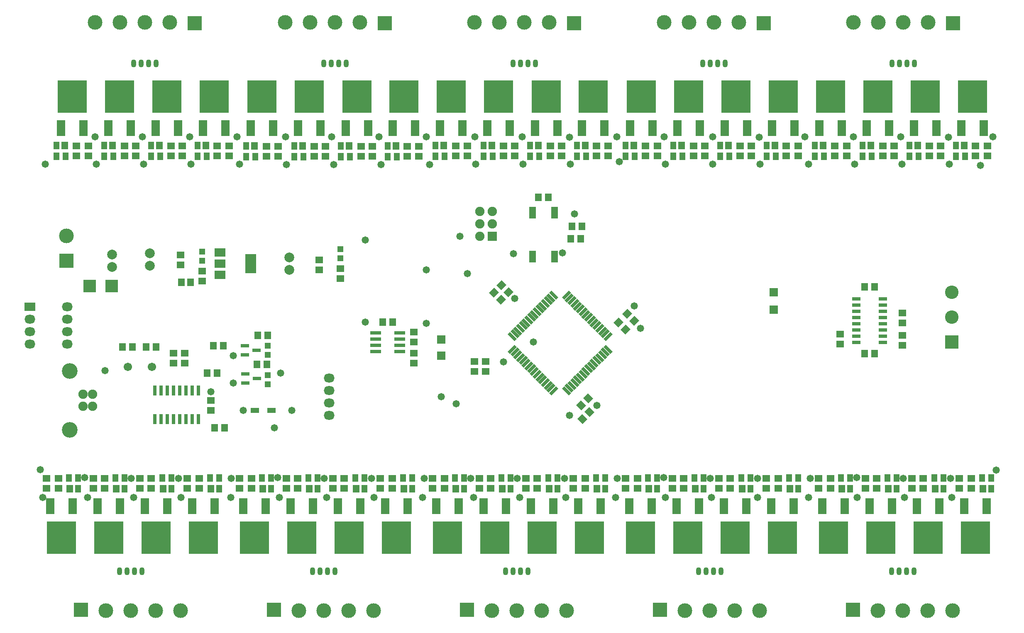
<source format=gts>
G04*
G04 #@! TF.GenerationSoftware,Altium Limited,Altium Designer,21.4.1 (30)*
G04*
G04 Layer_Color=8388736*
%FSLAX44Y44*%
%MOMM*%
G71*
G04*
G04 #@! TF.SameCoordinates,06C005F6-D9AB-4DD0-9814-7D4EB34A58F7*
G04*
G04*
G04 #@! TF.FilePolarity,Negative*
G04*
G01*
G75*
G04:AMPARAMS|DCode=45|XSize=0.6858mm|YSize=1.9812mm|CornerRadius=0mm|HoleSize=0mm|Usage=FLASHONLY|Rotation=45.000|XOffset=0mm|YOffset=0mm|HoleType=Round|Shape=Rectangle|*
%AMROTATEDRECTD45*
4,1,4,0.4580,-0.9429,-0.9429,0.4580,-0.4580,0.9429,0.9429,-0.4580,0.4580,-0.9429,0.0*
%
%ADD45ROTATEDRECTD45*%

G04:AMPARAMS|DCode=46|XSize=0.6858mm|YSize=1.9812mm|CornerRadius=0mm|HoleSize=0mm|Usage=FLASHONLY|Rotation=135.000|XOffset=0mm|YOffset=0mm|HoleType=Round|Shape=Rectangle|*
%AMROTATEDRECTD46*
4,1,4,0.9429,0.4580,-0.4580,-0.9429,-0.9429,-0.4580,0.4580,0.9429,0.9429,0.4580,0.0*
%
%ADD46ROTATEDRECTD46*%

%ADD47R,2.2032X4.0032*%
%ADD48R,2.2032X1.7032*%
%ADD49R,1.2032X1.6432*%
%ADD50R,1.4032X1.6432*%
%ADD51R,1.7032X3.2032*%
%ADD52R,6.0032X6.6032*%
%ADD53R,1.4032X2.4532*%
%ADD54R,2.5032X2.5032*%
%ADD55R,1.5532X1.4032*%
%ADD56R,1.4032X1.5532*%
G04:AMPARAMS|DCode=57|XSize=1.5532mm|YSize=1.4032mm|CornerRadius=0mm|HoleSize=0mm|Usage=FLASHONLY|Rotation=45.000|XOffset=0mm|YOffset=0mm|HoleType=Round|Shape=Rectangle|*
%AMROTATEDRECTD57*
4,1,4,-0.0530,-1.0453,-1.0453,-0.0530,0.0530,1.0453,1.0453,0.0530,-0.0530,-1.0453,0.0*
%
%ADD57ROTATEDRECTD57*%

G04:AMPARAMS|DCode=58|XSize=1.5532mm|YSize=1.4032mm|CornerRadius=0mm|HoleSize=0mm|Usage=FLASHONLY|Rotation=315.000|XOffset=0mm|YOffset=0mm|HoleType=Round|Shape=Rectangle|*
%AMROTATEDRECTD58*
4,1,4,-1.0453,0.0530,-0.0530,1.0453,1.0453,-0.0530,0.0530,-1.0453,-1.0453,0.0530,0.0*
%
%ADD58ROTATEDRECTD58*%

%ADD59R,2.1844X0.7366*%
%ADD60R,1.8032X1.0032*%
%ADD61R,1.2032X1.2032*%
%ADD62R,1.7032X0.7532*%
%ADD63R,0.8032X2.0532*%
%ADD64R,1.6532X0.8032*%
%ADD65C,3.2032*%
%ADD66C,1.9032*%
%ADD67O,2.2032X1.8032*%
%ADD68R,2.2032X1.8032*%
%ADD69R,1.9032X1.9032*%
%ADD70C,2.0032*%
%ADD71O,1.1000X1.6000*%
%ADD72C,1.7032*%
%ADD73R,3.0032X3.0032*%
%ADD74C,3.0032*%
%ADD75C,2.7432*%
%ADD76R,2.7432X2.7432*%
%ADD77R,3.0032X3.0032*%
%ADD78R,1.7032X1.7032*%
%ADD79C,1.4732*%
D45*
X1145120Y582029D02*
D03*
X1156434Y593343D02*
D03*
X1111179Y548088D02*
D03*
X1128149Y565059D02*
D03*
X1116836Y553745D02*
D03*
X1133806Y570716D02*
D03*
X1139463Y576373D02*
D03*
X1122493Y559402D02*
D03*
X1150777Y587686D02*
D03*
X1162091Y599000D02*
D03*
X1167747Y604657D02*
D03*
X1196032Y632941D02*
D03*
X1184718Y621628D02*
D03*
X1179061Y615971D02*
D03*
X1173404Y610314D02*
D03*
X1190375Y627284D02*
D03*
X1000488Y658779D02*
D03*
X1006145Y664436D02*
D03*
X1011802Y670092D02*
D03*
X1017459Y675749D02*
D03*
X1023116Y681406D02*
D03*
X1028773Y687063D02*
D03*
X1034429Y692720D02*
D03*
X1040086Y698377D02*
D03*
X1045743Y704034D02*
D03*
X1051400Y709690D02*
D03*
X1057057Y715347D02*
D03*
X1062714Y721004D02*
D03*
X1068371Y726661D02*
D03*
X1074027Y732318D02*
D03*
X1079684Y737975D02*
D03*
X1085341Y743632D02*
D03*
D46*
X1111179D02*
D03*
X1116836Y737975D02*
D03*
X1122493Y732318D02*
D03*
X1128149Y726661D02*
D03*
X1133806Y721004D02*
D03*
X1139463Y715347D02*
D03*
X1145120Y709690D02*
D03*
X1150777Y704034D02*
D03*
X1156434Y698377D02*
D03*
X1162091Y692720D02*
D03*
X1167747Y687063D02*
D03*
X1173404Y681406D02*
D03*
X1179061Y675749D02*
D03*
X1184718Y670092D02*
D03*
X1190375Y664436D02*
D03*
X1196032Y658779D02*
D03*
X1085341Y548088D02*
D03*
X1079684Y553745D02*
D03*
X1074027Y559402D02*
D03*
X1068371Y565059D02*
D03*
X1062714Y570716D02*
D03*
X1057057Y576373D02*
D03*
X1051400Y582029D02*
D03*
X1045743Y587686D02*
D03*
X1040086Y593343D02*
D03*
X1034429Y599000D02*
D03*
X1028773Y604657D02*
D03*
X1023116Y610314D02*
D03*
X1017459Y615971D02*
D03*
X1011802Y621628D02*
D03*
X1006145Y627284D02*
D03*
X1000488Y632941D02*
D03*
D47*
X467110Y807720D02*
D03*
D48*
X404110Y784720D02*
D03*
Y807720D02*
D03*
Y830720D02*
D03*
D49*
X384200Y370410D02*
D03*
X403200D02*
D03*
Y348410D02*
D03*
X777900Y370410D02*
D03*
X796900D02*
D03*
Y348410D02*
D03*
X1171600Y370410D02*
D03*
X1190600D02*
D03*
Y348410D02*
D03*
X1565300Y370410D02*
D03*
X1584300D02*
D03*
Y348410D02*
D03*
X1959000Y370410D02*
D03*
X1978000D02*
D03*
Y348410D02*
D03*
X286410Y370410D02*
D03*
X305410D02*
D03*
Y348410D02*
D03*
X680110Y370410D02*
D03*
X699110D02*
D03*
Y348410D02*
D03*
X1073810Y370410D02*
D03*
X1092810D02*
D03*
Y348410D02*
D03*
X1467510Y370410D02*
D03*
X1486510D02*
D03*
Y348410D02*
D03*
X1861210Y370410D02*
D03*
X1880210D02*
D03*
Y348410D02*
D03*
X191160Y370410D02*
D03*
X210160D02*
D03*
Y348410D02*
D03*
X584860Y370410D02*
D03*
X603860D02*
D03*
Y348410D02*
D03*
X978560Y370410D02*
D03*
X997560D02*
D03*
Y348410D02*
D03*
X1372260Y370410D02*
D03*
X1391260D02*
D03*
Y348410D02*
D03*
X1765960Y370410D02*
D03*
X1784960D02*
D03*
Y348410D02*
D03*
X95910Y370410D02*
D03*
X114910D02*
D03*
Y348410D02*
D03*
X489610Y370410D02*
D03*
X508610D02*
D03*
Y348410D02*
D03*
X883310Y370410D02*
D03*
X902310D02*
D03*
Y348410D02*
D03*
X1277010Y370410D02*
D03*
X1296010D02*
D03*
Y348410D02*
D03*
X1670710Y370410D02*
D03*
X1689710D02*
D03*
Y348410D02*
D03*
X1636370Y1026840D02*
D03*
X1617370D02*
D03*
Y1048840D02*
D03*
X1250290Y1026840D02*
D03*
X1231290D02*
D03*
Y1048840D02*
D03*
X862940Y1026840D02*
D03*
X843940D02*
D03*
Y1048840D02*
D03*
X476860Y1026608D02*
D03*
X457860D02*
D03*
Y1048608D02*
D03*
X89510Y1026840D02*
D03*
X70510D02*
D03*
Y1048840D02*
D03*
X1734160Y1026840D02*
D03*
X1715160D02*
D03*
Y1048840D02*
D03*
X1348080Y1026840D02*
D03*
X1329080D02*
D03*
Y1048840D02*
D03*
X960730Y1026840D02*
D03*
X941730D02*
D03*
Y1048840D02*
D03*
X574650Y1026608D02*
D03*
X555650D02*
D03*
Y1048608D02*
D03*
X187300Y1026840D02*
D03*
X168300D02*
D03*
Y1048840D02*
D03*
X1829410Y1026840D02*
D03*
X1810410D02*
D03*
Y1048840D02*
D03*
X1443330Y1026840D02*
D03*
X1424330D02*
D03*
Y1048840D02*
D03*
X1055980Y1026840D02*
D03*
X1036980D02*
D03*
Y1048840D02*
D03*
X669900Y1026608D02*
D03*
X650900D02*
D03*
Y1048608D02*
D03*
X282550Y1026840D02*
D03*
X263550D02*
D03*
Y1048840D02*
D03*
X1924660Y1026840D02*
D03*
X1905660D02*
D03*
Y1048840D02*
D03*
X1538580Y1026840D02*
D03*
X1519580D02*
D03*
Y1048840D02*
D03*
X1151230Y1026840D02*
D03*
X1132230D02*
D03*
Y1048840D02*
D03*
X765150Y1026608D02*
D03*
X746150D02*
D03*
Y1048608D02*
D03*
X377800Y1026840D02*
D03*
X358800D02*
D03*
Y1048840D02*
D03*
D50*
X386200Y348410D02*
D03*
X779900D02*
D03*
X1173600D02*
D03*
X1567300D02*
D03*
X1961000D02*
D03*
X288410D02*
D03*
X682110D02*
D03*
X1075810D02*
D03*
X1469510D02*
D03*
X1863210D02*
D03*
X193160D02*
D03*
X586860D02*
D03*
X980560D02*
D03*
X1374260D02*
D03*
X1767960D02*
D03*
X97910D02*
D03*
X491610D02*
D03*
X885310D02*
D03*
X1279010D02*
D03*
X1672710D02*
D03*
X1634370Y1048840D02*
D03*
X1248290D02*
D03*
X860940D02*
D03*
X474860Y1048608D02*
D03*
X87510Y1048840D02*
D03*
X1732160D02*
D03*
X1346080D02*
D03*
X958730D02*
D03*
X572650Y1048608D02*
D03*
X185300Y1048840D02*
D03*
X1827410D02*
D03*
X1441330D02*
D03*
X1053980D02*
D03*
X667900Y1048608D02*
D03*
X280550Y1048840D02*
D03*
X1922660D02*
D03*
X1536580D02*
D03*
X1149230D02*
D03*
X763150Y1048608D02*
D03*
X375800Y1048840D02*
D03*
D51*
X393640Y312420D02*
D03*
X348040D02*
D03*
X787340D02*
D03*
X741740D02*
D03*
X1181040D02*
D03*
X1135440D02*
D03*
X1574740D02*
D03*
X1529140D02*
D03*
X1968440D02*
D03*
X1922840D02*
D03*
X297180D02*
D03*
X251580D02*
D03*
X690880D02*
D03*
X645280D02*
D03*
X1084580D02*
D03*
X1038980D02*
D03*
X1478280D02*
D03*
X1432680D02*
D03*
X1871980D02*
D03*
X1826380D02*
D03*
X200137D02*
D03*
X154537D02*
D03*
X593837D02*
D03*
X548237D02*
D03*
X987537D02*
D03*
X941937D02*
D03*
X1381237D02*
D03*
X1335637D02*
D03*
X1774937D02*
D03*
X1729337D02*
D03*
X104140D02*
D03*
X58540D02*
D03*
X497840D02*
D03*
X452240D02*
D03*
X891540D02*
D03*
X845940D02*
D03*
X1285240D02*
D03*
X1239640D02*
D03*
X1678940D02*
D03*
X1633340D02*
D03*
X1626930Y1084830D02*
D03*
X1672530D02*
D03*
X1240850D02*
D03*
X1286450D02*
D03*
X853500D02*
D03*
X899100D02*
D03*
X467420Y1084598D02*
D03*
X513020D02*
D03*
X80070Y1084830D02*
D03*
X125670D02*
D03*
X1723390D02*
D03*
X1768990D02*
D03*
X1337310D02*
D03*
X1382910D02*
D03*
X949960D02*
D03*
X995560D02*
D03*
X563880Y1084598D02*
D03*
X609480D02*
D03*
X176530Y1084830D02*
D03*
X222130D02*
D03*
X1820433D02*
D03*
X1866033D02*
D03*
X1434353D02*
D03*
X1479953D02*
D03*
X1047003D02*
D03*
X1092603D02*
D03*
X660923Y1084598D02*
D03*
X706523D02*
D03*
X273573Y1084830D02*
D03*
X319173D02*
D03*
X1916430D02*
D03*
X1962030D02*
D03*
X1530350D02*
D03*
X1575950D02*
D03*
X1143000D02*
D03*
X1188600D02*
D03*
X756920Y1084598D02*
D03*
X802520D02*
D03*
X369570Y1084830D02*
D03*
X415170D02*
D03*
D52*
X370840Y247920D02*
D03*
X764540D02*
D03*
X1158240D02*
D03*
X1551940D02*
D03*
X1945640D02*
D03*
X274380D02*
D03*
X668080D02*
D03*
X1061780D02*
D03*
X1455480D02*
D03*
X1849180D02*
D03*
X177337D02*
D03*
X571037D02*
D03*
X964737D02*
D03*
X1358437D02*
D03*
X1752137D02*
D03*
X81340D02*
D03*
X475040D02*
D03*
X868740D02*
D03*
X1262440D02*
D03*
X1656140D02*
D03*
X1649730Y1149330D02*
D03*
X1263650D02*
D03*
X876300D02*
D03*
X490220Y1149098D02*
D03*
X102870Y1149330D02*
D03*
X1746190D02*
D03*
X1360110D02*
D03*
X972760D02*
D03*
X586680Y1149098D02*
D03*
X199330Y1149330D02*
D03*
X1843233D02*
D03*
X1457153D02*
D03*
X1069803D02*
D03*
X683723Y1149098D02*
D03*
X296373Y1149330D02*
D03*
X1939230D02*
D03*
X1553150D02*
D03*
X1165800D02*
D03*
X779720Y1149098D02*
D03*
X392370Y1149330D02*
D03*
D53*
X1041760Y822410D02*
D03*
Y912410D02*
D03*
X1086760D02*
D03*
Y822410D02*
D03*
D54*
X138790Y762000D02*
D03*
X183790D02*
D03*
D55*
X368300Y792480D02*
D03*
Y772160D02*
D03*
X650240Y797560D02*
D03*
Y777240D02*
D03*
X800100Y624840D02*
D03*
Y604520D02*
D03*
Y647700D02*
D03*
Y668020D02*
D03*
X1796030Y641120D02*
D03*
Y661440D02*
D03*
Y707160D02*
D03*
Y686840D02*
D03*
X1669600Y663980D02*
D03*
Y643660D02*
D03*
X323850Y805180D02*
D03*
Y825500D02*
D03*
X607060Y795020D02*
D03*
Y815340D02*
D03*
X946150Y608330D02*
D03*
Y588010D02*
D03*
X923290Y608330D02*
D03*
Y588010D02*
D03*
X386080Y508000D02*
D03*
Y528320D02*
D03*
X309880Y604520D02*
D03*
Y624840D02*
D03*
X332740Y604520D02*
D03*
Y624840D02*
D03*
X361950Y369570D02*
D03*
Y349250D02*
D03*
X755650Y369570D02*
D03*
Y349250D02*
D03*
X1149350Y369570D02*
D03*
Y349250D02*
D03*
X1543050Y369570D02*
D03*
Y349250D02*
D03*
X1936750Y369570D02*
D03*
Y349250D02*
D03*
X337820Y369570D02*
D03*
Y349250D02*
D03*
X731520Y369570D02*
D03*
Y349250D02*
D03*
X1125220Y369570D02*
D03*
Y349250D02*
D03*
X1518920Y369570D02*
D03*
Y349250D02*
D03*
X1912620Y369570D02*
D03*
Y349250D02*
D03*
X241300Y369570D02*
D03*
Y349250D02*
D03*
X635000Y369570D02*
D03*
Y349250D02*
D03*
X1028700Y369570D02*
D03*
Y349250D02*
D03*
X1422400Y369570D02*
D03*
Y349250D02*
D03*
X1816100Y369570D02*
D03*
Y349250D02*
D03*
X264160Y369570D02*
D03*
Y349250D02*
D03*
X657860Y369570D02*
D03*
Y349250D02*
D03*
X1051560Y369570D02*
D03*
Y349250D02*
D03*
X1445260Y369570D02*
D03*
Y349250D02*
D03*
X1838960Y369570D02*
D03*
Y349250D02*
D03*
X168910Y369570D02*
D03*
Y349250D02*
D03*
X562610Y369570D02*
D03*
Y349250D02*
D03*
X956310Y369570D02*
D03*
Y349250D02*
D03*
X1350010Y369570D02*
D03*
Y349250D02*
D03*
X1743710Y369570D02*
D03*
Y349250D02*
D03*
X146050Y369570D02*
D03*
Y349250D02*
D03*
X539750Y369570D02*
D03*
Y349250D02*
D03*
X933450Y369570D02*
D03*
Y349250D02*
D03*
X1327150Y369570D02*
D03*
Y349250D02*
D03*
X1720850Y369570D02*
D03*
Y349250D02*
D03*
X74930Y369570D02*
D03*
Y349250D02*
D03*
X468630Y369570D02*
D03*
Y349250D02*
D03*
X862330Y369570D02*
D03*
Y349250D02*
D03*
X1256030Y369570D02*
D03*
Y349250D02*
D03*
X1649730Y369570D02*
D03*
Y349250D02*
D03*
X50800Y369570D02*
D03*
Y349250D02*
D03*
X444500Y369570D02*
D03*
Y349250D02*
D03*
X838200Y369570D02*
D03*
Y349250D02*
D03*
X1231900Y369570D02*
D03*
Y349250D02*
D03*
X1625600Y369570D02*
D03*
Y349250D02*
D03*
X1658620Y1027680D02*
D03*
Y1048000D02*
D03*
X1272540Y1027680D02*
D03*
Y1048000D02*
D03*
X885190Y1027680D02*
D03*
Y1048000D02*
D03*
X499110Y1027448D02*
D03*
Y1047768D02*
D03*
X111760Y1027680D02*
D03*
Y1048000D02*
D03*
X1682750Y1027680D02*
D03*
Y1048000D02*
D03*
X1296670Y1027680D02*
D03*
Y1048000D02*
D03*
X909320Y1027680D02*
D03*
Y1048000D02*
D03*
X523240Y1027448D02*
D03*
Y1047768D02*
D03*
X135890Y1027680D02*
D03*
Y1048000D02*
D03*
X1779270Y1027680D02*
D03*
Y1048000D02*
D03*
X1393190Y1027680D02*
D03*
Y1048000D02*
D03*
X1005840Y1027680D02*
D03*
Y1048000D02*
D03*
X619760Y1027448D02*
D03*
Y1047768D02*
D03*
X232410Y1027680D02*
D03*
Y1048000D02*
D03*
X1756410Y1027680D02*
D03*
Y1048000D02*
D03*
X1370330Y1027680D02*
D03*
Y1048000D02*
D03*
X982980Y1027680D02*
D03*
Y1048000D02*
D03*
X596900Y1027448D02*
D03*
Y1047768D02*
D03*
X209550Y1027680D02*
D03*
Y1048000D02*
D03*
X1851660Y1027680D02*
D03*
Y1048000D02*
D03*
X1465580Y1027680D02*
D03*
Y1048000D02*
D03*
X1078230Y1027680D02*
D03*
Y1048000D02*
D03*
X692150Y1027448D02*
D03*
Y1047768D02*
D03*
X304800Y1027680D02*
D03*
Y1048000D02*
D03*
X1874520Y1027680D02*
D03*
Y1048000D02*
D03*
X1488440Y1027680D02*
D03*
Y1048000D02*
D03*
X1101090Y1027680D02*
D03*
Y1048000D02*
D03*
X715010Y1027448D02*
D03*
Y1047768D02*
D03*
X327660Y1027680D02*
D03*
Y1048000D02*
D03*
X1945640Y1027680D02*
D03*
Y1048000D02*
D03*
X1559560Y1027680D02*
D03*
Y1048000D02*
D03*
X1172210Y1027680D02*
D03*
Y1048000D02*
D03*
X786130Y1027448D02*
D03*
Y1047768D02*
D03*
X398780Y1027680D02*
D03*
Y1048000D02*
D03*
X1969770Y1027680D02*
D03*
Y1048000D02*
D03*
X1583690Y1027680D02*
D03*
Y1048000D02*
D03*
X1196340Y1027680D02*
D03*
Y1048000D02*
D03*
X810260Y1027448D02*
D03*
Y1047768D02*
D03*
X422910Y1027680D02*
D03*
Y1048000D02*
D03*
D56*
X1143000Y883920D02*
D03*
X1122680D02*
D03*
X1140460Y858520D02*
D03*
X1120140D02*
D03*
X378460Y584200D02*
D03*
X398780D02*
D03*
X391160Y640080D02*
D03*
X411480D02*
D03*
X500380Y601890D02*
D03*
X480060D02*
D03*
X501650Y661580D02*
D03*
X481330D02*
D03*
X1739760Y624610D02*
D03*
X1719440D02*
D03*
Y760500D02*
D03*
X1739760D02*
D03*
X414020Y472440D02*
D03*
X393700D02*
D03*
X1074420Y943610D02*
D03*
X1054100D02*
D03*
X756920Y688340D02*
D03*
X736600D02*
D03*
X274320Y637540D02*
D03*
X254000D02*
D03*
X205740D02*
D03*
X226060D02*
D03*
X344780Y769620D02*
D03*
X325780D02*
D03*
D57*
X1249244Y691316D02*
D03*
X1234876Y705684D02*
D03*
X992704Y749736D02*
D03*
X978336Y764104D02*
D03*
X1231464Y673536D02*
D03*
X1217096Y687904D02*
D03*
X977464Y734496D02*
D03*
X963096Y748864D02*
D03*
D58*
X1143436Y490656D02*
D03*
X1157804Y505024D02*
D03*
X1140896Y518596D02*
D03*
X1155264Y532964D02*
D03*
D59*
X771398Y666750D02*
D03*
Y654050D02*
D03*
Y641350D02*
D03*
Y628650D02*
D03*
X722122D02*
D03*
Y641350D02*
D03*
Y654050D02*
D03*
Y666750D02*
D03*
D60*
X509760Y508000D02*
D03*
X475760D02*
D03*
D61*
X368300Y832230D02*
D03*
Y813690D02*
D03*
X650240Y837310D02*
D03*
Y818770D02*
D03*
X501650Y561250D02*
D03*
Y579790D02*
D03*
Y621830D02*
D03*
Y640370D02*
D03*
D62*
X1702600Y736370D02*
D03*
Y723670D02*
D03*
Y710970D02*
D03*
Y698270D02*
D03*
Y685570D02*
D03*
Y672870D02*
D03*
Y660170D02*
D03*
Y647470D02*
D03*
X1756600Y736370D02*
D03*
Y723670D02*
D03*
Y710970D02*
D03*
Y698270D02*
D03*
Y685570D02*
D03*
Y672870D02*
D03*
Y660170D02*
D03*
Y647470D02*
D03*
D63*
X271810Y490680D02*
D03*
X284510D02*
D03*
X297210D02*
D03*
X309910D02*
D03*
X322610D02*
D03*
X335310D02*
D03*
X348010D02*
D03*
X360710D02*
D03*
X271810Y548680D02*
D03*
X284510D02*
D03*
X297210D02*
D03*
X309910D02*
D03*
X322610D02*
D03*
X335310D02*
D03*
X348010D02*
D03*
X360710D02*
D03*
D64*
X455930Y582790D02*
D03*
Y563790D02*
D03*
X479430Y573290D02*
D03*
X455290Y640600D02*
D03*
Y621600D02*
D03*
X478790Y631100D02*
D03*
D65*
X97790Y589030D02*
D03*
Y468630D02*
D03*
D66*
X124890Y516330D02*
D03*
X144790Y541330D02*
D03*
X124890D02*
D03*
X144790Y516330D02*
D03*
X934720Y863600D02*
D03*
Y889000D02*
D03*
Y914400D02*
D03*
X960120Y889000D02*
D03*
Y914400D02*
D03*
D67*
X627380Y497840D02*
D03*
Y574040D02*
D03*
Y548640D02*
D03*
Y523240D02*
D03*
X92710Y643890D02*
D03*
X16510D02*
D03*
Y669290D02*
D03*
X92710D02*
D03*
Y694690D02*
D03*
X16510D02*
D03*
X92710Y720090D02*
D03*
D68*
X16510D02*
D03*
D69*
X960120Y863600D02*
D03*
D70*
X261620Y804110D02*
D03*
Y829110D02*
D03*
X184150Y801570D02*
D03*
Y826570D02*
D03*
X546100Y795220D02*
D03*
Y820220D02*
D03*
D71*
X245110Y180000D02*
D03*
X214630D02*
D03*
X229870D02*
D03*
X199390D02*
D03*
X638810D02*
D03*
X608330D02*
D03*
X623570D02*
D03*
X593090D02*
D03*
X1032510D02*
D03*
X1002030D02*
D03*
X1017270D02*
D03*
X986790D02*
D03*
X1426210D02*
D03*
X1395730D02*
D03*
X1410970D02*
D03*
X1380490D02*
D03*
X1819910D02*
D03*
X1789430D02*
D03*
X1804670D02*
D03*
X1774190D02*
D03*
X1775460Y1217250D02*
D03*
X1805940D02*
D03*
X1790700D02*
D03*
X1821180D02*
D03*
X1389380D02*
D03*
X1419860D02*
D03*
X1404620D02*
D03*
X1435100D02*
D03*
X1002030D02*
D03*
X1032510D02*
D03*
X1017270D02*
D03*
X1047750D02*
D03*
X615950Y1217018D02*
D03*
X646430D02*
D03*
X631190D02*
D03*
X661670D02*
D03*
X228600Y1217250D02*
D03*
X259080D02*
D03*
X243840D02*
D03*
X274320D02*
D03*
D72*
X216900Y596900D02*
D03*
X265700D02*
D03*
D73*
X120650Y100635D02*
D03*
X514350D02*
D03*
X908050D02*
D03*
X1301750D02*
D03*
X1695450D02*
D03*
X1899920Y1299365D02*
D03*
X1513840D02*
D03*
X1126490D02*
D03*
X740410Y1299133D02*
D03*
X353060Y1299365D02*
D03*
D74*
X171450Y99365D02*
D03*
X222250D02*
D03*
X273050D02*
D03*
X323850D02*
D03*
X565150D02*
D03*
X615950D02*
D03*
X666750D02*
D03*
X717550D02*
D03*
X958850D02*
D03*
X1009650D02*
D03*
X1060450D02*
D03*
X1111250D02*
D03*
X1352550D02*
D03*
X1403350D02*
D03*
X1454150D02*
D03*
X1504950D02*
D03*
X1746250D02*
D03*
X1797050D02*
D03*
X1847850D02*
D03*
X1898650D02*
D03*
X1849120Y1300635D02*
D03*
X1798320D02*
D03*
X1747520D02*
D03*
X1696720D02*
D03*
X1463040D02*
D03*
X1412240D02*
D03*
X1361440D02*
D03*
X1310640D02*
D03*
X1075690D02*
D03*
X1024890D02*
D03*
X974090D02*
D03*
X923290D02*
D03*
X689610Y1300403D02*
D03*
X638810D02*
D03*
X588010D02*
D03*
X537210D02*
D03*
X302260Y1300635D02*
D03*
X251460D02*
D03*
X200660D02*
D03*
X149860D02*
D03*
X91440Y864870D02*
D03*
D75*
X1897380Y749300D02*
D03*
Y698500D02*
D03*
D76*
Y647700D02*
D03*
D77*
X91440Y814070D02*
D03*
D78*
X855980Y619760D02*
D03*
X1534160Y749300D02*
D03*
X855980Y652780D02*
D03*
X1534160Y713740D02*
D03*
D79*
X1005840Y736600D02*
D03*
X982980Y607060D02*
D03*
X909320Y787400D02*
D03*
X1249680Y721360D02*
D03*
X1262380Y675640D02*
D03*
X551180Y508000D02*
D03*
X1127760Y909320D02*
D03*
X515620Y472440D02*
D03*
X452120Y508000D02*
D03*
X1103196Y829744D02*
D03*
X431800Y619760D02*
D03*
Y563880D02*
D03*
X386080Y546100D02*
D03*
X528320Y584200D02*
D03*
X170180Y589280D02*
D03*
X1003300Y828040D02*
D03*
X1043940Y647700D02*
D03*
X1173480Y518160D02*
D03*
X1117600Y497840D02*
D03*
X886460Y521890D02*
D03*
X855980Y535940D02*
D03*
X825500Y685800D02*
D03*
X701040Y855980D02*
D03*
Y688340D02*
D03*
X1604763Y1011437D02*
D03*
X825500Y795020D02*
D03*
X894080Y863600D02*
D03*
X1955800Y1008380D02*
D03*
X149860Y1066800D02*
D03*
X246380D02*
D03*
X342900D02*
D03*
X439420D02*
D03*
X538480D02*
D03*
X632460D02*
D03*
X728980D02*
D03*
X825500D02*
D03*
X924560D02*
D03*
X1021080D02*
D03*
X1116990Y1066560D02*
D03*
X1214120Y1066800D02*
D03*
X1310640D02*
D03*
X1409090Y1067307D02*
D03*
X1597660Y1066800D02*
D03*
X1504340Y1066560D02*
D03*
X1696720Y1066800D02*
D03*
X1793240D02*
D03*
X1890420Y1066560D02*
D03*
X1981200Y1066800D02*
D03*
X831850Y1010688D02*
D03*
X37940Y387194D02*
D03*
X43180Y330200D02*
D03*
X134620D02*
D03*
X228600D02*
D03*
X325120D02*
D03*
X426720D02*
D03*
X525780D02*
D03*
X622300D02*
D03*
X718820D02*
D03*
X817880D02*
D03*
X922020D02*
D03*
X1016000D02*
D03*
X1109980D02*
D03*
X1211580D02*
D03*
X1313180D02*
D03*
X1407160D02*
D03*
X1501140D02*
D03*
X1605280D02*
D03*
X1704340D02*
D03*
X1800860D02*
D03*
X1897380D02*
D03*
X821380Y369570D02*
D03*
X443983Y1011437D02*
D03*
X925830Y1010920D02*
D03*
X1218690Y1016510D02*
D03*
X915670Y369610D02*
D03*
X48260Y1010920D02*
D03*
X1892300D02*
D03*
X1795780D02*
D03*
X1699260D02*
D03*
X345440D02*
D03*
X152400D02*
D03*
X248920D02*
D03*
X1118870D02*
D03*
X1022350D02*
D03*
X732790Y1010688D02*
D03*
X539750D02*
D03*
X636270D02*
D03*
X1506220Y1010920D02*
D03*
X1409700D02*
D03*
X1313180D02*
D03*
X1987550Y386080D02*
D03*
X128270Y370840D02*
D03*
X223520Y369570D02*
D03*
X320040D02*
D03*
X713740D02*
D03*
X521970Y370840D02*
D03*
X617220Y369570D02*
D03*
X427680Y369570D02*
D03*
X1010920Y369570D02*
D03*
X1107440D02*
D03*
X1501140D02*
D03*
X1215080Y369570D02*
D03*
X1404620Y369570D02*
D03*
X1309370Y370840D02*
D03*
X1798320Y369570D02*
D03*
X1894840D02*
D03*
X1608780Y369570D02*
D03*
X1703070Y370840D02*
D03*
M02*

</source>
